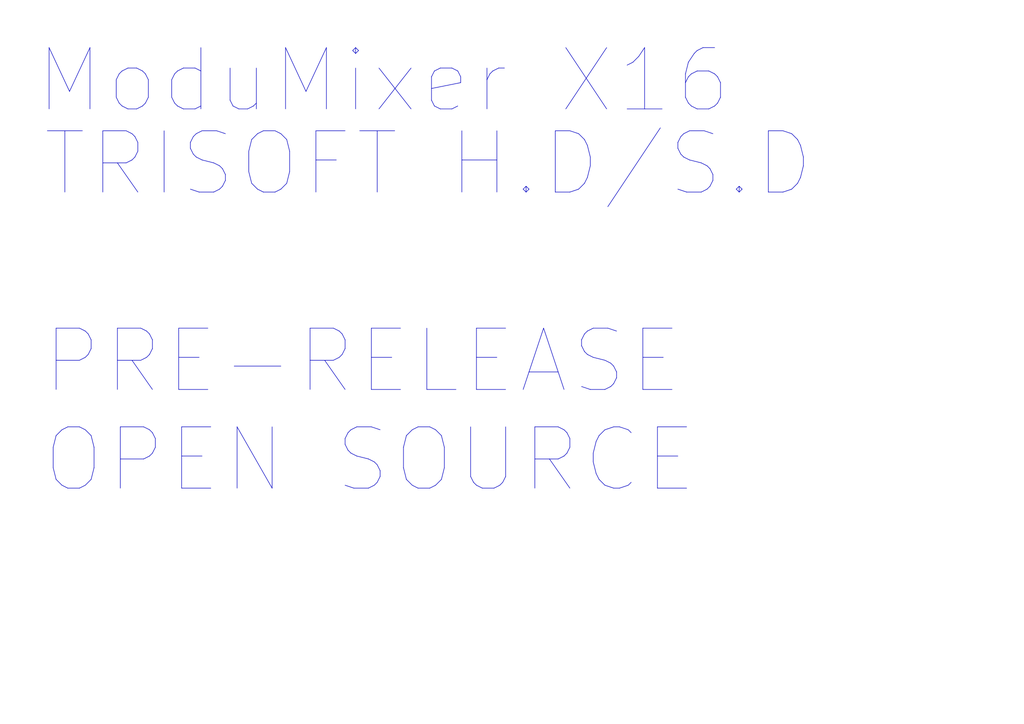
<source format=kicad_sch>
(kicad_sch
	(version 20231120)
	(generator "eeschema")
	(generator_version "8.0")
	(uuid "1d80c8ed-e175-4f30-b143-8bf97252529d")
	(paper "A4")
	(lib_symbols)
	(text "ModuMixer X16"
		(exclude_from_sim no)
		(at 9.906 23.622 0)
		(effects
			(font
				(size 17.78 17.78)
			)
			(justify left)
		)
		(uuid "600da7ae-ba73-4850-a300-538823709b95")
	)
	(text "TRISOFT H.D/S.D\n\nPRE-RELEASE\nOPEN SOURCE"
		(exclude_from_sim no)
		(at 11.938 90.678 0)
		(effects
			(font
				(size 17.78 17.78)
			)
			(justify left)
		)
		(uuid "aeca85a7-830c-4b86-8d97-a61781a12488")
	)
	(sheet
		(at -39.37 80.645)
		(size 34.29 26.035)
		(fields_autoplaced yes)
		(stroke
			(width 0.1524)
			(type solid)
		)
		(fill
			(color 0 0 0 0.0000)
		)
		(uuid "2da1cd39-487a-4f5f-b6a5-609ecdee336e")
		(property "Sheetname" "Power Supply"
			(at -39.37 79.9334 0)
			(effects
				(font
					(size 1.27 1.27)
				)
				(justify left bottom)
			)
		)
		(property "Sheetfile" "PowerSupply.kicad_sch"
			(at -39.37 107.2646 0)
			(effects
				(font
					(size 1.27 1.27)
				)
				(justify left top)
			)
		)
		(instances
			(project "ModuMixer X16"
				(path "/1d80c8ed-e175-4f30-b143-8bf97252529d"
					(page "4")
				)
			)
		)
	)
	(sheet
		(at -39.37 111.76)
		(size 34.29 26.035)
		(fields_autoplaced yes)
		(stroke
			(width 0.1524)
			(type solid)
		)
		(fill
			(color 0 0 0 0.0000)
		)
		(uuid "3684ed58-8584-4dc8-bb91-a549cf1738bd")
		(property "Sheetname" "DSP"
			(at -39.37 111.0484 0)
			(effects
				(font
					(size 1.27 1.27)
				)
				(justify left bottom)
			)
		)
		(property "Sheetfile" "DSP.kicad_sch"
			(at -39.37 138.3796 0)
			(effects
				(font
					(size 1.27 1.27)
				)
				(justify left top)
			)
		)
		(instances
			(project "ModuMixer X16"
				(path "/1d80c8ed-e175-4f30-b143-8bf97252529d"
					(page "5")
				)
			)
		)
	)
	(sheet
		(at -39.37 49.53)
		(size 34.29 26.035)
		(fields_autoplaced yes)
		(stroke
			(width 0.1524)
			(type solid)
		)
		(fill
			(color 0 0 0 0.0000)
		)
		(uuid "3a9d28ee-c7c3-4c7a-9e4a-82c2f03964d1")
		(property "Sheetname" "Peripherals"
			(at -39.37 48.8184 0)
			(effects
				(font
					(size 1.27 1.27)
				)
				(justify left bottom)
			)
		)
		(property "Sheetfile" "Peripherals.kicad_sch"
			(at -39.37 76.1496 0)
			(effects
				(font
					(size 1.27 1.27)
				)
				(justify left top)
			)
		)
		(instances
			(project "ModuMixer X16"
				(path "/1d80c8ed-e175-4f30-b143-8bf97252529d"
					(page "3")
				)
			)
		)
	)
	(sheet
		(at -39.37 17.78)
		(size 34.29 26.67)
		(fields_autoplaced yes)
		(stroke
			(width 0.1524)
			(type solid)
		)
		(fill
			(color 0 0 0 0.0000)
		)
		(uuid "48ac6369-c180-4f0f-9890-024f5b33be23")
		(property "Sheetname" "Core logic"
			(at -39.37 17.0684 0)
			(effects
				(font
					(size 1.27 1.27)
				)
				(justify left bottom)
			)
		)
		(property "Sheetfile" "MCU.kicad_sch"
			(at -39.37 45.0346 0)
			(effects
				(font
					(size 1.27 1.27)
				)
				(justify left top)
			)
		)
		(instances
			(project "ModuMixer X16"
				(path "/1d80c8ed-e175-4f30-b143-8bf97252529d"
					(page "2")
				)
			)
		)
	)
	(sheet
		(at -39.37 142.875)
		(size 34.29 26.035)
		(fields_autoplaced yes)
		(stroke
			(width 0.1524)
			(type solid)
		)
		(fill
			(color 0 0 0 0.0000)
		)
		(uuid "9cb4a910-e6cc-4057-93b6-8f2942eae9a7")
		(property "Sheetname" "Fader"
			(at -39.37 142.1634 0)
			(effects
				(font
					(size 1.27 1.27)
				)
				(justify left bottom)
			)
		)
		(property "Sheetfile" "Fader.kicad_sch"
			(at -39.37 169.4946 0)
			(effects
				(font
					(size 1.27 1.27)
				)
				(justify left top)
			)
		)
		(instances
			(project "ModuMixer X16"
				(path "/1d80c8ed-e175-4f30-b143-8bf97252529d"
					(page "6")
				)
			)
		)
	)
	(sheet_instances
		(path "/"
			(page "1")
		)
	)
)

</source>
